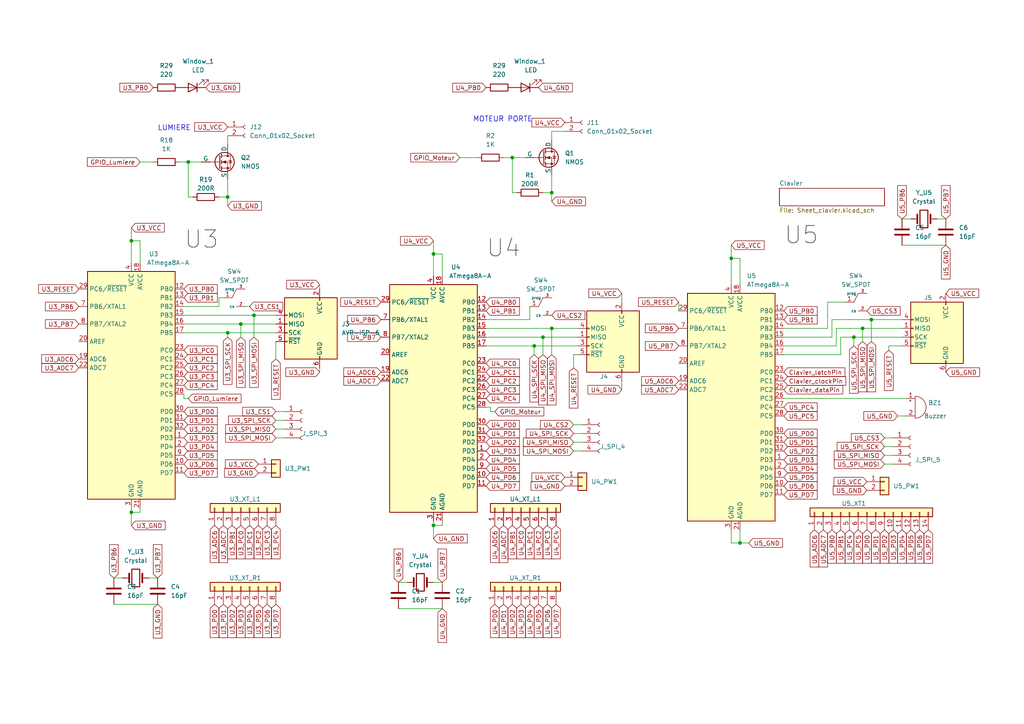
<source format=kicad_sch>
(kicad_sch (version 20230121) (generator eeschema)
  (paper "A4")
  (title_block (title "SPI SECTION") (date "Automne 2023") (rev "1A") (company "JP TOUTANT, JEREMY DIAPHRASE, MOHAND CHAHED"))
  (lib_symbols
    (symbol "AVR-ISP-6_1" (pin_names (offset 1.016))
      (property "Reference" "Jmaster" (at -8.89 2.54 0))
      (property "Value" "AVR-ISP-6" (at -8.89 0 0))
      (symbol "AVR-ISP-6_1_1_1"
        (pin passive line (at 10.16 2.54 180) (length 2.54) (name "MISO") (number "1"))
        (pin passive line (at -2.54 12.7 270) (length 2.54) (name "VCC") (number "2"))
        (pin passive line (at 10.16 0 180) (length 2.54) (name "SCK") (number "3"))
        (pin passive line (at 10.16 5.08 180) (length 2.54) (name "MOSI") (number "4"))
        (pin passive line (at 10.16 -2.54 180) (length 2.54) (name "~{RST}") (number "5"))
        (pin passive line (at -2.54 -10.16 90) (length 2.54) (name "GND") (number "6"))
      )
    )
    (symbol "Connector:Conn_01x02_Socket" (pin_names (offset 1.016) hide)
      (property "Reference" "J" (at 0 2.54 0))
      (property "Value" "Conn_01x02_Socket" (at 0 -5.08 0))
      (symbol "Conn_01x02_Socket_1_1"
        (pin passive line (at -5.08 0 0) (length 3.81) (name "Pin_1") (number "1"))
        (pin passive line (at -5.08 -2.54 0) (length 3.81) (name "Pin_2") (number "2"))
      )
    )
    (symbol "Connector:Conn_01x04_Socket" (pin_names (offset 1.016) hide)
      (property "Reference" "J" (at 0 5.08 0))
      (property "Value" "Conn_01x04_Socket" (at 0 -7.62 0))
      (symbol "Conn_01x04_Socket_1_1"
        (pin passive line (at -5.08 2.54 0) (length 3.81) (name "Pin_1") (number "1"))
        (pin passive line (at -5.08 0 0) (length 3.81) (name "Pin_2") (number "2"))
        (pin passive line (at -5.08 -2.54 0) (length 3.81) (name "Pin_3") (number "3"))
        (pin passive line (at -5.08 -5.08 0) (length 3.81) (name "Pin_4") (number "4"))
      )
    )
    (symbol "Connector_Generic:Conn_01x02" (pin_names (offset 1.016) hide)
      (property "Reference" "J" (at 0 2.54 0))
      (property "Value" "Conn_01x02" (at 0 -5.08 0))
      (symbol "Conn_01x02_1_1"
        (pin passive line (at -5.08 0 0) (length 3.81) (name "Pin_1") (number "1"))
        (pin passive line (at -5.08 -2.54 0) (length 3.81) (name "Pin_2") (number "2"))
      )
    )
    (symbol "Connector_Generic:Conn_01x08" (pin_names (offset 1.016) hide)
      (property "Reference" "J" (at 0 10.16 0))
      (property "Value" "Conn_01x08" (at 0 -12.7 0))
      (symbol "Conn_01x08_1_1"
        (pin passive line (at -5.08 7.62 0) (length 3.81) (name "Pin_1") (number "1"))
        (pin passive line (at -5.08 5.08 0) (length 3.81) (name "Pin_2") (number "2"))
        (pin passive line (at -5.08 2.54 0) (length 3.81) (name "Pin_3") (number "3"))
        (pin passive line (at -5.08 0 0) (length 3.81) (name "Pin_4") (number "4"))
        (pin passive line (at -5.08 -2.54 0) (length 3.81) (name "Pin_5") (number "5"))
        (pin passive line (at -5.08 -5.08 0) (length 3.81) (name "Pin_6") (number "6"))
        (pin passive line (at -5.08 -7.62 0) (length 3.81) (name "Pin_7") (number "7"))
        (pin passive line (at -5.08 -10.16 0) (length 3.81) (name "Pin_8") (number "8"))
      )
    )
    (symbol "Connector_Generic:Conn_01x14" (pin_names (offset 1.016) hide)
      (property "Reference" "J" (at 0 17.78 0))
      (property "Value" "Conn_01x14" (at 0 -20.32 0))
      (symbol "Conn_01x14_1_1"
        (pin passive line (at -5.08 15.24 0) (length 3.81) (name "Pin_1") (number "1"))
        (pin passive line (at -5.08 -7.62 0) (length 3.81) (name "Pin_10") (number "10"))
        (pin passive line (at -5.08 -10.16 0) (length 3.81) (name "Pin_11") (number "11"))
        (pin passive line (at -5.08 -12.7 0) (length 3.81) (name "Pin_12") (number "12"))
        (pin passive line (at -5.08 -15.24 0) (length 3.81) (name "Pin_13") (number "13"))
        (pin passive line (at -5.08 -17.78 0) (length 3.81) (name "Pin_14") (number "14"))
        (pin passive line (at -5.08 12.7 0) (length 3.81) (name "Pin_2") (number "2"))
        (pin passive line (at -5.08 10.16 0) (length 3.81) (name "Pin_3") (number "3"))
        (pin passive line (at -5.08 7.62 0) (length 3.81) (name "Pin_4") (number "4"))
        (pin passive line (at -5.08 5.08 0) (length 3.81) (name "Pin_5") (number "5"))
        (pin passive line (at -5.08 2.54 0) (length 3.81) (name "Pin_6") (number "6"))
        (pin passive line (at -5.08 0 0) (length 3.81) (name "Pin_7") (number "7"))
        (pin passive line (at -5.08 -2.54 0) (length 3.81) (name "Pin_8") (number "8"))
        (pin passive line (at -5.08 -5.08 0) (length 3.81) (name "Pin_9") (number "9"))
      )
    )
    (symbol "Device:Buzzer" (pin_names (offset 0.0254) hide)
      (property "Reference" "BZ" (at 3.81 1.27 0))
      (property "Value" "Buzzer" (at 3.81 -1.27 0))
      (symbol "Buzzer_1_1"
        (pin passive line (at -2.54 2.54 0) (length 2.54) (name "-") (number "1"))
        (pin passive line (at -2.54 -2.54 0) (length 2.54) (name "+") (number "2"))
      )
    )
    (symbol "Device:C" (pin_numbers hide) (pin_names (offset 0.254))
      (property "Reference" "C" (at 0.635 2.54 0))
      (property "Value" "C" (at 0.635 -2.54 0))
      (symbol "C_1_1"
        (pin passive line (at 0 3.81 270) (length 2.794) (name "~") (number "1"))
        (pin passive line (at 0 -3.81 90) (length 2.794) (name "~") (number "2"))
      )
    )
    (symbol "Device:Crystal" (pin_numbers hide) (pin_names (offset 1.016) hide)
      (property "Reference" "Y" (at 0 3.81 0))
      (property "Value" "Crystal" (at 0 -3.81 0))
      (symbol "Crystal_1_1"
        (pin passive line (at -3.81 0 0) (length 1.27) (name "1") (number "1"))
        (pin passive line (at 3.81 0 180) (length 1.27) (name "2") (number "2"))
      )
    )
    (symbol "Device:LED" (pin_numbers hide) (pin_names (offset 1.016) hide)
      (property "Reference" "D" (at 0 2.54 0))
      (property "Value" "LED" (at 0 -2.54 0))
      (symbol "LED_1_1"
        (pin passive line (at -3.81 0 0) (length 2.54) (name "K") (number "1"))
        (pin passive line (at 3.81 0 180) (length 2.54) (name "A") (number "2"))
      )
    )
    (symbol "Device:R" (pin_numbers hide) (pin_names (offset 0))
      (property "Reference" "R" (at 2.032 0 90))
      (property "Value" "R" (at 0 0 90))
      (symbol "R_1_1"
        (pin passive line (at 0 3.81 270) (length 1.27) (name "~") (number "1"))
        (pin passive line (at 0 -3.81 90) (length 1.27) (name "~") (number "2"))
      )
    )
    (symbol "JP_Library:BSI-10"
      (property "Reference" "U" (at 0 5.08 0))
      (symbol "BSI-10_1_1"
        (pin input line (at -3.81 0 0) (length 2.54) (name "") (number "1"))
        (pin input line (at 2.54 -2.54 180) (length 2.54) (name "cs") (number "2"))
        (pin input line (at 2.54 2.54 180) (length 2.54) (name "prog") (number "3"))
      )
    )
    (symbol "MCU_Microchip_ATmega:ATmega8A-A"
      (property "Reference" "U" (at -12.7 34.29 0))
      (property "Value" "ATmega8A-A" (at 5.08 -34.29 0))
      (symbol "ATmega8A-A_1_1"
        (pin bidirectional line (at 15.24 -15.24 180) (length 2.54) (name "PD3") (number "1"))
        (pin bidirectional line (at 15.24 -22.86 180) (length 2.54) (name "PD6") (number "10"))
        (pin bidirectional line (at 15.24 -25.4 180) (length 2.54) (name "PD7") (number "11"))
        (pin bidirectional line (at 15.24 27.94 180) (length 2.54) (name "PB0") (number "12"))
        (pin bidirectional line (at 15.24 25.4 180) (length 2.54) (name "PB1") (number "13"))
        (pin bidirectional line (at 15.24 22.86 180) (length 2.54) (name "PB2") (number "14"))
        (pin bidirectional line (at 15.24 20.32 180) (length 2.54) (name "PB3") (number "15"))
        (pin bidirectional line (at 15.24 17.78 180) (length 2.54) (name "PB4") (number "16"))
        (pin bidirectional line (at 15.24 15.24 180) (length 2.54) (name "PB5") (number "17"))
        (pin power_in line (at 2.54 35.56 270) (length 2.54) (name "AVCC") (number "18"))
        (pin input line (at -15.24 7.62 0) (length 2.54) (name "ADC6") (number "19"))
        (pin bidirectional line (at 15.24 -17.78 180) (length 2.54) (name "PD4") (number "2"))
        (pin passive line (at -15.24 12.7 0) (length 2.54) (name "AREF") (number "20"))
        (pin power_in line (at 2.54 -35.56 90) (length 2.54) (name "AGND") (number "21"))
        (pin input line (at -15.24 5.08 0) (length 2.54) (name "ADC7") (number "22"))
        (pin bidirectional line (at 15.24 10.16 180) (length 2.54) (name "PC0") (number "23"))
        (pin bidirectional line (at 15.24 7.62 180) (length 2.54) (name "PC1") (number "24"))
        (pin bidirectional line (at 15.24 5.08 180) (length 2.54) (name "PC2") (number "25"))
        (pin bidirectional line (at 15.24 2.54 180) (length 2.54) (name "PC3") (number "26"))
        (pin bidirectional line (at 15.24 0 180) (length 2.54) (name "PC4") (number "27"))
        (pin bidirectional line (at 15.24 -2.54 180) (length 2.54) (name "PC5") (number "28"))
        (pin bidirectional line (at -15.24 27.94 0) (length 2.54) (name "PC6/~{RESET}") (number "29"))
        (pin power_in line (at 0 -35.56 90) (length 2.54) (name "GND") (number "3"))
        (pin bidirectional line (at 15.24 -7.62 180) (length 2.54) (name "PD0") (number "30"))
        (pin bidirectional line (at 15.24 -10.16 180) (length 2.54) (name "PD1") (number "31"))
        (pin bidirectional line (at 15.24 -12.7 180) (length 2.54) (name "PD2") (number "32"))
        (pin power_in line (at 0 35.56 270) (length 2.54) (name "VCC") (number "4"))
        (pin passive line (at 0 -35.56 90) (length 2.54) hide (name "GND") (number "5"))
        (pin passive line (at 0 35.56 270) (length 2.54) hide (name "VCC") (number "6"))
        (pin bidirectional line (at -15.24 22.86 0) (length 2.54) (name "PB6/XTAL1") (number "7"))
        (pin bidirectional line (at -15.24 17.78 0) (length 2.54) (name "PB7/XTAL2") (number "8"))
        (pin bidirectional line (at 15.24 -20.32 180) (length 2.54) (name "PD5") (number "9"))
      )
    )
    (symbol "Simulation_SPICE:NMOS" (pin_numbers hide) (pin_names (offset 0))
      (property "Reference" "Q" (at 5.08 1.27 0))
      (property "Value" "NMOS" (at 5.08 -1.27 0))
      (symbol "NMOS_1_1"
        (pin passive line (at 2.54 5.08 270) (length 2.54) (name "D") (number "1"))
        (pin input line (at -5.08 0 0) (length 2.54) (name "G") (number "2"))
        (pin passive line (at 2.54 -5.08 90) (length 2.54) (name "S") (number "3"))
      )
    )
  )
  (junction (at 214.63 157.48))
  (junction (at 73.66 91.44))
  (junction (at 212.09 74.93))
  (junction (at 247.65 97.79))
  (junction (at 66.04 57.15))
  (junction (at 66.04 96.52))
  (junction (at 69.85 93.98))
  (junction (at 38.1 148.59))
  (junction (at 125.73 152.4))
  (junction (at 157.48 97.79))
  (junction (at 38.1 69.85))
  (junction (at 54.61 46.99))
  (junction (at 250.19 95.25))
  (junction (at 160.02 95.25))
  (junction (at 252.73 92.71))
  (junction (at 125.73 73.66))
  (junction (at 154.94 100.33))
  (junction (at 148.59 45.72))
  (junction (at 160.02 55.88))
  (wire (pts (xy 261.62 71.12) (xy 274.32 71.12)))
  (wire (pts (xy 261.62 63.5) (xy 264.16 63.5)))
  (wire (pts (xy 66.04 52.07) (xy 66.04 57.15)))
  (wire (pts (xy 180.34 110.49) (xy 180.34 113.03)))
  (wire (pts (xy 148.59 55.88) (xy 148.59 45.72)))
  (wire (pts (xy 40.64 148.59) (xy 38.1 148.59)))
  (wire (pts (xy 180.34 85.09) (xy 180.34 87.63)))
  (wire (pts (xy 69.85 93.98) (xy 69.85 97.79)))
  (wire (pts (xy 53.34 91.44) (xy 73.66 91.44)))
  (wire (pts (xy 125.73 69.85) (xy 125.73 73.66)))
  (wire (pts (xy 40.64 46.99) (xy 44.45 46.99)))
  (wire (pts (xy 38.1 148.59) (xy 38.1 147.32)))
  (wire (pts (xy 128.27 151.13) (xy 128.27 152.4)))
  (wire (pts (xy 212.09 74.93) (xy 212.09 82.55)))
  (wire (pts (xy 125.73 152.4) (xy 125.73 151.13)))
  (wire (pts (xy 40.64 147.32) (xy 40.64 148.59)))
  (wire (pts (xy 71.12 88.9) (xy 72.39 88.9)))
  (wire (pts (xy 53.34 93.98) (xy 69.85 93.98)))
  (wire (pts (xy 157.48 55.88) (xy 160.02 55.88)))
  (wire (pts (xy 242.57 100.33) (xy 227.33 100.33)))
  (wire (pts (xy 154.94 100.33) (xy 167.64 100.33)))
  (wire (pts (xy 66.04 97.79) (xy 66.04 96.52)))
  (wire (pts (xy 227.33 95.25) (xy 240.03 95.25)))
  (wire (pts (xy 63.5 88.9) (xy 63.5 86.36)))
  (wire (pts (xy 140.97 97.79) (xy 157.48 97.79)))
  (wire (pts (xy 262.89 120.65) (xy 260.35 120.65)))
  (wire (pts (xy 66.04 57.15) (xy 66.04 59.69)))
  (wire (pts (xy 148.59 45.72) (xy 152.4 45.72)))
  (wire (pts (xy 63.5 57.15) (xy 66.04 57.15)))
  (wire (pts (xy 53.34 96.52) (xy 66.04 96.52)))
  (wire (pts (xy 128.27 73.66) (xy 128.27 80.01)))
  (wire (pts (xy 167.64 102.87) (xy 166.37 102.87)))
  (wire (pts (xy 166.37 102.87) (xy 166.37 106.68)))
  (wire (pts (xy 128.27 152.4) (xy 125.73 152.4)))
  (wire (pts (xy 153.67 88.9) (xy 153.67 92.71)))
  (wire (pts (xy 66.04 39.37) (xy 66.04 41.91)))
  (wire (pts (xy 125.73 73.66) (xy 125.73 80.01)))
  (wire (pts (xy 160.02 95.25) (xy 160.02 102.87)))
  (wire (pts (xy 148.59 45.72) (xy 146.05 45.72)))
  (wire (pts (xy 242.57 95.25) (xy 250.19 95.25)))
  (wire (pts (xy 212.09 157.48) (xy 214.63 157.48)))
  (wire (pts (xy 196.85 87.63) (xy 196.85 90.17)))
  (wire (pts (xy 80.01 121.92) (xy 82.55 121.92)))
  (wire (pts (xy 243.84 97.79) (xy 247.65 97.79)))
  (wire (pts (xy 250.19 95.25) (xy 250.19 99.06)))
  (wire (pts (xy 214.63 157.48) (xy 217.17 157.48)))
  (wire (pts (xy 257.81 100.33) (xy 257.81 101.6)))
  (wire (pts (xy 157.48 97.79) (xy 167.64 97.79)))
  (wire (pts (xy 40.64 69.85) (xy 38.1 69.85)))
  (wire (pts (xy 242.57 95.25) (xy 242.57 100.33)))
  (wire (pts (xy 243.84 102.87) (xy 243.84 97.79)))
  (wire (pts (xy 54.61 46.99) (xy 58.42 46.99)))
  (wire (pts (xy 153.67 92.71) (xy 140.97 92.71)))
  (wire (pts (xy 166.37 123.19) (xy 168.91 123.19)))
  (wire (pts (xy 227.33 115.57) (xy 262.89 115.57)))
  (wire (pts (xy 38.1 66.04) (xy 38.1 69.85)))
  (wire (pts (xy 252.73 92.71) (xy 261.62 92.71)))
  (wire (pts (xy 128.27 73.66) (xy 125.73 73.66)))
  (wire (pts (xy 247.65 100.33) (xy 247.65 97.79)))
  (wire (pts (xy 55.88 57.15) (xy 54.61 57.15)))
  (wire (pts (xy 53.34 115.57) (xy 53.34 114.3)))
  (wire (pts (xy 142.24 118.11) (xy 140.97 118.11)))
  (wire (pts (xy 166.37 128.27) (xy 168.91 128.27)))
  (wire (pts (xy 160.02 95.25) (xy 167.64 95.25)))
  (wire (pts (xy 38.1 69.85) (xy 38.1 76.2)))
  (wire (pts (xy 160.02 38.1) (xy 160.02 40.64)))
  (wire (pts (xy 160.02 38.1) (xy 163.83 38.1)))
  (wire (pts (xy 250.19 95.25) (xy 261.62 95.25)))
  (wire (pts (xy 212.09 74.93) (xy 212.09 71.12)))
  (wire (pts (xy 66.04 96.52) (xy 80.01 96.52)))
  (wire (pts (xy 256.54 132.08) (xy 259.08 132.08)))
  (wire (pts (xy 73.66 97.79) (xy 73.66 91.44)))
  (wire (pts (xy 69.85 93.98) (xy 80.01 93.98)))
  (wire (pts (xy 240.03 87.63) (xy 245.11 87.63)))
  (wire (pts (xy 115.57 168.91) (xy 118.11 168.91)))
  (wire (pts (xy 80.01 99.06) (xy 80.01 104.14)))
  (wire (pts (xy 149.86 55.88) (xy 148.59 55.88)))
  (wire (pts (xy 54.61 115.57) (xy 53.34 115.57)))
  (wire (pts (xy 43.18 167.64) (xy 45.72 167.64)))
  (wire (pts (xy 92.71 82.55) (xy 92.71 83.82)))
  (wire (pts (xy 154.94 100.33) (xy 154.94 102.87)))
  (wire (pts (xy 54.61 57.15) (xy 54.61 46.99)))
  (wire (pts (xy 80.01 127) (xy 82.55 127)))
  (wire (pts (xy 214.63 74.93) (xy 212.09 74.93)))
  (wire (pts (xy 125.73 156.21) (xy 125.73 152.4)))
  (wire (pts (xy 241.3 97.79) (xy 227.33 97.79)))
  (wire (pts (xy 271.78 63.5) (xy 274.32 63.5)))
  (wire (pts (xy 157.48 97.79) (xy 157.48 102.87)))
  (wire (pts (xy 54.61 46.99) (xy 52.07 46.99)))
  (wire (pts (xy 40.64 69.85) (xy 40.64 76.2)))
  (wire (pts (xy 214.63 153.67) (xy 214.63 157.48)))
  (wire (pts (xy 133.35 45.72) (xy 138.43 45.72)))
  (wire (pts (xy 80.01 119.38) (xy 82.55 119.38)))
  (wire (pts (xy 143.51 119.38) (xy 142.24 119.38)))
  (wire (pts (xy 166.37 130.81) (xy 168.91 130.81)))
  (wire (pts (xy 160.02 55.88) (xy 160.02 58.42)))
  (wire (pts (xy 38.1 152.4) (xy 38.1 148.59)))
  (wire (pts (xy 142.24 119.38) (xy 142.24 118.11)))
  (wire (pts (xy 140.97 95.25) (xy 160.02 95.25)))
  (wire (pts (xy 212.09 153.67) (xy 212.09 157.48)))
  (wire (pts (xy 73.66 91.44) (xy 80.01 91.44)))
  (wire (pts (xy 115.57 176.53) (xy 128.27 176.53)))
  (wire (pts (xy 160.02 50.8) (xy 160.02 55.88)))
  (wire (pts (xy 33.02 167.64) (xy 35.56 167.64)))
  (wire (pts (xy 256.54 127) (xy 259.08 127)))
  (wire (pts (xy 227.33 102.87) (xy 243.84 102.87)))
  (wire (pts (xy 240.03 87.63) (xy 240.03 95.25)))
  (wire (pts (xy 80.01 124.46) (xy 82.55 124.46)))
  (wire (pts (xy 92.71 106.68) (xy 92.71 107.95)))
  (wire (pts (xy 256.54 129.54) (xy 259.08 129.54)))
  (wire (pts (xy 256.54 134.62) (xy 259.08 134.62)))
  (wire (pts (xy 214.63 74.93) (xy 214.63 82.55)))
  (wire (pts (xy 53.34 88.9) (xy 63.5 88.9)))
  (wire (pts (xy 252.73 99.06) (xy 252.73 92.71)))
  (wire (pts (xy 241.3 92.71) (xy 241.3 97.79)))
  (wire (pts (xy 166.37 125.73) (xy 168.91 125.73)))
  (wire (pts (xy 140.97 100.33) (xy 154.94 100.33)))
  (wire (pts (xy 63.5 86.36) (xy 64.77 86.36)))
  (wire (pts (xy 125.73 168.91) (xy 128.27 168.91)))
  (wire (pts (xy 241.3 92.71) (xy 252.73 92.71)))
  (wire (pts (xy 33.02 175.26) (xy 45.72 175.26)))
  (wire (pts (xy 261.62 100.33) (xy 257.81 100.33)))
  (wire (pts (xy 247.65 97.79) (xy 261.62 97.79)))
  (text "MOTEUR PORTE" (at 137.16 35.56 0) (effects (font (size 1.5 1.5)) (justify left bottom)))
  (text "LUMIERE" (at 45.72 38.1 0) (effects (font (size 1.5 1.5)) (justify left bottom)))
  (label "U3" (at 53.34 73.66 0) (effects (font (size 5 5))))
  (label "U5" (at 227.33 72.39 0) (effects (font (size 5 5))))
  (label "U4" (at 140.97 76.2 0) (effects (font (size 5 5))))
  (global_label "U5_SPI_MISO" (shape input) (at 250.19 99.06 270) (property "Intersheetrefs" "${INTERSHEET_REFS}" (effects hide)))
  (global_label "U3_PB7" (shape input) (at 22.86 93.98 180) (property "Intersheetrefs" "${INTERSHEET_REFS}" (effects hide)))
  (global_label "U5_PD0" (shape input) (at 251.46 153.67 270) (property "Intersheetrefs" "${INTERSHEET_REFS}" (effects hide)))
  (global_label "U5_SPI_SCK" (shape input) (at 256.54 129.54 180) (property "Intersheetrefs" "${INTERSHEET_REFS}" (effects hide)))
  (global_label "U3_GND" (shape input) (at 92.71 107.95 180) (property "Intersheetrefs" "${INTERSHEET_REFS}" (effects hide)))
  (global_label "GPIO_Lumiere" (shape input) (at 54.61 115.57 0) (property "Intersheetrefs" "${INTERSHEET_REFS}" (effects hide)))
  (global_label "U3_GND" (shape input) (at 38.1 152.4 0) (property "Intersheetrefs" "${INTERSHEET_REFS}" (effects hide)))
  (global_label "U4_PD1" (shape input) (at 146.05 175.26 270) (property "Intersheetrefs" "${INTERSHEET_REFS}" (effects hide)))
  (global_label "U5_RESET" (shape input) (at 257.81 101.6 270) (property "Intersheetrefs" "${INTERSHEET_REFS}" (effects hide)))
  (global_label "U3_PD0" (shape input) (at 53.34 119.38 0) (property "Intersheetrefs" "${INTERSHEET_REFS}" (effects hide)))
  (global_label "U5_PC5" (shape input) (at 248.92 153.67 270) (property "Intersheetrefs" "${INTERSHEET_REFS}" (effects hide)))
  (global_label "U4_PD5" (shape input) (at 156.21 175.26 270) (property "Intersheetrefs" "${INTERSHEET_REFS}" (effects hide)))
  (global_label "U4_PC1" (shape input) (at 153.67 152.4 270) (property "Intersheetrefs" "${INTERSHEET_REFS}" (effects hide)))
  (global_label "U5_GND" (shape input) (at 217.17 157.48 0) (property "Intersheetrefs" "${INTERSHEET_REFS}" (effects hide)))
  (global_label "U5_RESET" (shape input) (at 196.85 87.63 180) (property "Intersheetrefs" "${INTERSHEET_REFS}" (effects hide)))
  (global_label "U4_PC1" (shape input) (at 140.97 107.95 0) (property "Intersheetrefs" "${INTERSHEET_REFS}" (effects hide)))
  (global_label "U3_PB1" (shape input) (at 53.34 86.36 0) (property "Intersheetrefs" "${INTERSHEET_REFS}" (effects hide)))
  (global_label "U4_PD7" (shape input) (at 140.97 140.97 0) (property "Intersheetrefs" "${INTERSHEET_REFS}" (effects hide)))
  (global_label "U4_PC3" (shape input) (at 140.97 113.03 0) (property "Intersheetrefs" "${INTERSHEET_REFS}" (effects hide)))
  (global_label "U4_GND" (shape input) (at 156.21 25.4 0) (property "Intersheetrefs" "${INTERSHEET_REFS}" (effects hide)))
  (global_label "U3_ADC6" (shape input) (at 62.23 152.4 270) (property "Intersheetrefs" "${INTERSHEET_REFS}" (effects hide)))
  (global_label "U3_SPI_MISO" (shape input) (at 80.01 124.46 180) (property "Intersheetrefs" "${INTERSHEET_REFS}" (effects hide)))
  (global_label "U3_VCC" (shape input) (at 38.1 66.04 0) (property "Intersheetrefs" "${INTERSHEET_REFS}" (effects hide)))
  (global_label "U3_SPI_SCK" (shape input) (at 66.04 97.79 270) (property "Intersheetrefs" "${INTERSHEET_REFS}" (effects hide)))
  (global_label "U3_PC1" (shape input) (at 72.39 152.4 270) (property "Intersheetrefs" "${INTERSHEET_REFS}" (effects hide)))
  (global_label "U3_CS1" (shape input) (at 72.39 88.9 0) (property "Intersheetrefs" "${INTERSHEET_REFS}" (effects hide)))
  (global_label "U5_CS3" (shape input) (at 256.54 127 180) (property "Intersheetrefs" "${INTERSHEET_REFS}" (effects hide)))
  (global_label "U4_SPI_MOSI" (shape input) (at 166.37 130.81 180) (property "Intersheetrefs" "${INTERSHEET_REFS}" (effects hide)))
  (global_label "U4_RESET" (shape input) (at 110.49 87.63 180) (property "Intersheetrefs" "${INTERSHEET_REFS}" (effects hide)))
  (global_label "U3_PD6" (shape input) (at 53.34 134.62 0) (property "Intersheetrefs" "${INTERSHEET_REFS}" (effects hide)))
  (global_label "U4_PD6" (shape input) (at 158.75 175.26 270) (property "Intersheetrefs" "${INTERSHEET_REFS}" (effects hide)))
  (global_label "U4_PD7" (shape input) (at 161.29 175.26 270) (property "Intersheetrefs" "${INTERSHEET_REFS}" (effects hide)))
  (global_label "U5_PD0" (shape input) (at 227.33 125.73 0) (property "Intersheetrefs" "${INTERSHEET_REFS}" (effects hide)))
  (global_label "U4_PD4" (shape input) (at 153.67 175.26 270) (property "Intersheetrefs" "${INTERSHEET_REFS}" (effects hide)))
  (global_label "U5_PD7" (shape input) (at 227.33 143.51 0) (property "Intersheetrefs" "${INTERSHEET_REFS}" (effects hide)))
  (global_label "U3_SPI_MOSI" (shape input) (at 80.01 127 180) (property "Intersheetrefs" "${INTERSHEET_REFS}" (effects hide)))
  (global_label "U5_PD4" (shape input) (at 261.62 153.67 270) (property "Intersheetrefs" "${INTERSHEET_REFS}" (effects hide)))
  (global_label "U4_PB0" (shape input) (at 140.97 87.63 0) (property "Intersheetrefs" "${INTERSHEET_REFS}" (effects hide)))
  (global_label "U4_SPI_MISO" (shape input) (at 166.37 128.27 180) (property "Intersheetrefs" "${INTERSHEET_REFS}" (effects hide)))
  (global_label "U3_PD5" (shape input) (at 53.34 132.08 0) (property "Intersheetrefs" "${INTERSHEET_REFS}" (effects hide)))
  (global_label "U4_PB6" (shape input) (at 110.49 92.71 180) (property "Intersheetrefs" "${INTERSHEET_REFS}" (effects hide)))
  (global_label "U5_PD2" (shape input) (at 256.54 153.67 270) (property "Intersheetrefs" "${INTERSHEET_REFS}" (effects hide)))
  (global_label "U3_PD3" (shape input) (at 69.85 175.26 270) (property "Intersheetrefs" "${INTERSHEET_REFS}" (effects hide)))
  (global_label "U5_PD4" (shape input) (at 227.33 135.89 0) (property "Intersheetrefs" "${INTERSHEET_REFS}" (effects hide)))
  (global_label "U4_VCC" (shape input) (at 163.83 35.56 180) (property "Intersheetrefs" "${INTERSHEET_REFS}" (effects hide)))
  (global_label "GPIO_Moteur" (shape input) (at 133.35 45.72 180) (property "Intersheetrefs" "${INTERSHEET_REFS}" (effects hide)))
  (global_label "U3_PB6" (shape input) (at 33.02 167.64 90) (property "Intersheetrefs" "${INTERSHEET_REFS}" (effects hide)))
  (global_label "U3_PC4" (shape input) (at 80.01 152.4 270) (property "Intersheetrefs" "${INTERSHEET_REFS}" (effects hide)))
  (global_label "U5_GND" (shape input) (at 274.32 71.12 270) (property "Intersheetrefs" "${INTERSHEET_REFS}" (effects hide)))
  (global_label "U4_PB6" (shape input) (at 115.57 168.91 90) (property "Intersheetrefs" "${INTERSHEET_REFS}" (effects hide)))
  (global_label "U4_RESET" (shape input) (at 166.37 106.68 270) (property "Intersheetrefs" "${INTERSHEET_REFS}" (effects hide)))
  (global_label "U4_SPI_MISO" (shape input) (at 157.48 102.87 270) (property "Intersheetrefs" "${INTERSHEET_REFS}" (effects hide)))
  (global_label "U4_PC2" (shape input) (at 156.21 152.4 270) (property "Intersheetrefs" "${INTERSHEET_REFS}" (effects hide)))
  (global_label "U5_PC4" (shape input) (at 246.38 153.67 270) (property "Intersheetrefs" "${INTERSHEET_REFS}" (effects hide)))
  (global_label "U4_SPI_MOSI" (shape input) (at 160.02 102.87 270) (property "Intersheetrefs" "${INTERSHEET_REFS}" (effects hide)))
  (global_label "U3_PC2" (shape input) (at 74.93 152.4 270) (property "Intersheetrefs" "${INTERSHEET_REFS}" (effects hide)))
  (global_label "U3_ADC7" (shape input) (at 22.86 106.68 180) (property "Intersheetrefs" "${INTERSHEET_REFS}" (effects hide)))
  (global_label "U3_PD5" (shape input) (at 74.93 175.26 270) (property "Intersheetrefs" "${INTERSHEET_REFS}" (effects hide)))
  (global_label "U3_RESET" (shape input) (at 22.86 83.82 180) (property "Intersheetrefs" "${INTERSHEET_REFS}" (effects hide)))
  (global_label "U4_PC2" (shape input) (at 140.97 110.49 0) (property "Intersheetrefs" "${INTERSHEET_REFS}" (effects hide)))
  (global_label "U4_PC0" (shape input) (at 151.13 152.4 270) (property "Intersheetrefs" "${INTERSHEET_REFS}" (effects hide)))
  (global_label "U5_PD1" (shape input) (at 227.33 128.27 0) (property "Intersheetrefs" "${INTERSHEET_REFS}" (effects hide)))
  (global_label "U3_GND" (shape input) (at 59.69 25.4 0) (property "Intersheetrefs" "${INTERSHEET_REFS}" (effects hide)))
  (global_label "U5_VCC" (shape input) (at 251.46 139.7 180) (property "Intersheetrefs" "${INTERSHEET_REFS}" (effects hide)))
  (global_label "U5_PB0" (shape input) (at 241.3 153.67 270) (property "Intersheetrefs" "${INTERSHEET_REFS}" (effects hide)))
  (global_label "U3_PD1" (shape input) (at 64.77 175.26 270) (property "Intersheetrefs" "${INTERSHEET_REFS}" (effects hide)))
  (global_label "U5_PB1" (shape input) (at 227.33 92.71 0) (property "Intersheetrefs" "${INTERSHEET_REFS}" (effects hide)))
  (global_label "U3_PC3" (shape input) (at 77.47 152.4 270) (property "Intersheetrefs" "${INTERSHEET_REFS}" (effects hide)))
  (global_label "U3_PB7" (shape input) (at 45.72 167.64 90) (property "Intersheetrefs" "${INTERSHEET_REFS}" (effects hide)))
  (global_label "U4_PC0" (shape input) (at 140.97 105.41 0) (property "Intersheetrefs" "${INTERSHEET_REFS}" (effects hide)))
  (global_label "U4_PC3" (shape input) (at 158.75 152.4 270) (property "Intersheetrefs" "${INTERSHEET_REFS}" (effects hide)))
  (global_label "U5_PD6" (shape input) (at 227.33 140.97 0) (property "Intersheetrefs" "${INTERSHEET_REFS}" (effects hide)))
  (global_label "Clavier_clockPin" (shape input) (at 227.33 110.49 0) (property "Intersheetrefs" "${INTERSHEET_REFS}" (effects hide)))
  (global_label "U4_GND" (shape input) (at 125.73 156.21 0) (property "Intersheetrefs" "${INTERSHEET_REFS}" (effects hide)))
  (global_label "U3_PD6" (shape input) (at 77.47 175.26 270) (property "Intersheetrefs" "${INTERSHEET_REFS}" (effects hide)))
  (global_label "U5_ADC6" (shape input) (at 196.85 110.49 180) (property "Intersheetrefs" "${INTERSHEET_REFS}" (effects hide)))
  (global_label "U4_VCC" (shape input) (at 125.73 69.85 180) (property "Intersheetrefs" "${INTERSHEET_REFS}" (effects hide)))
  (global_label "U3_GND" (shape input) (at 66.04 59.69 0) (property "Intersheetrefs" "${INTERSHEET_REFS}" (effects hide)))
  (global_label "U3_PC2" (shape input) (at 53.34 106.68 0) (property "Intersheetrefs" "${INTERSHEET_REFS}" (effects hide)))
  (global_label "U4_PB1" (shape input) (at 148.59 152.4 270) (property "Intersheetrefs" "${INTERSHEET_REFS}" (effects hide)))
  (global_label "U4_GND" (shape input) (at 128.27 176.53 270) (property "Intersheetrefs" "${INTERSHEET_REFS}" (effects hide)))
  (global_label "U5_SPI_SCK" (shape input) (at 247.65 100.33 270) (property "Intersheetrefs" "${INTERSHEET_REFS}" (effects hide)))
  (global_label "U5_PB6" (shape input) (at 196.85 95.25 180) (property "Intersheetrefs" "${INTERSHEET_REFS}" (effects hide)))
  (global_label "U4_VCC" (shape input) (at 163.83 138.43 180) (property "Intersheetrefs" "${INTERSHEET_REFS}" (effects hide)))
  (global_label "U4_CS2" (shape input) (at 166.37 123.19 180) (property "Intersheetrefs" "${INTERSHEET_REFS}" (effects hide)))
  (global_label "U5_GND" (shape input) (at 260.35 120.65 180) (property "Intersheetrefs" "${INTERSHEET_REFS}" (effects hide)))
  (global_label "U4_VCC" (shape input) (at 180.34 85.09 180) (property "Intersheetrefs" "${INTERSHEET_REFS}" (effects hide)))
  (global_label "U3_PD1" (shape input) (at 53.34 121.92 0) (property "Intersheetrefs" "${INTERSHEET_REFS}" (effects hide)))
  (global_label "U4_PB7" (shape input) (at 110.49 97.79 180) (property "Intersheetrefs" "${INTERSHEET_REFS}" (effects hide)))
  (global_label "U5_PB7" (shape input) (at 196.85 100.33 180) (property "Intersheetrefs" "${INTERSHEET_REFS}" (effects hide)))
  (global_label "U5_PB1" (shape input) (at 243.84 153.67 270) (property "Intersheetrefs" "${INTERSHEET_REFS}" (effects hide)))
  (global_label "U3_PC0" (shape input) (at 69.85 152.4 270) (property "Intersheetrefs" "${INTERSHEET_REFS}" (effects hide)))
  (global_label "U4_SPI_SCK" (shape input) (at 154.94 102.87 270) (property "Intersheetrefs" "${INTERSHEET_REFS}" (effects hide)))
  (global_label "U3_PD4" (shape input) (at 53.34 129.54 0) (property "Intersheetrefs" "${INTERSHEET_REFS}" (effects hide)))
  (global_label "U4_PC4" (shape input) (at 161.29 152.4 270) (property "Intersheetrefs" "${INTERSHEET_REFS}" (effects hide)))
  (global_label "U3_PB1" (shape input) (at 67.31 152.4 270) (property "Intersheetrefs" "${INTERSHEET_REFS}" (effects hide)))
  (global_label "U3_ADC7" (shape input) (at 64.77 152.4 270) (property "Intersheetrefs" "${INTERSHEET_REFS}" (effects hide)))
  (global_label "U3_GND" (shape input) (at 74.93 137.16 180) (property "Intersheetrefs" "${INTERSHEET_REFS}" (effects hide)))
  (global_label "U3_SPI_SCK" (shape input) (at 80.01 121.92 180) (property "Intersheetrefs" "${INTERSHEET_REFS}" (effects hide)))
  (global_label "U3_PD4" (shape input) (at 72.39 175.26 270) (property "Intersheetrefs" "${INTERSHEET_REFS}" (effects hide)))
  (global_label "U5_PC5" (shape input) (at 227.33 120.65 0) (property "Intersheetrefs" "${INTERSHEET_REFS}" (effects hide)))
  (global_label "U3_VCC" (shape input) (at 74.93 134.62 180) (property "Intersheetrefs" "${INTERSHEET_REFS}" (effects hide)))
  (global_label "U3_PD2" (shape input) (at 53.34 124.46 0) (property "Intersheetrefs" "${INTERSHEET_REFS}" (effects hide)))
  (global_label "U3_PB0" (shape input) (at 53.34 83.82 0) (property "Intersheetrefs" "${INTERSHEET_REFS}" (effects hide)))
  (global_label "U4_ADC7" (shape input) (at 146.05 152.4 270) (property "Intersheetrefs" "${INTERSHEET_REFS}" (effects hide)))
  (global_label "U5_PC4" (shape input) (at 227.33 118.11 0) (property "Intersheetrefs" "${INTERSHEET_REFS}" (effects hide)))
  (global_label "U4_PD0" (shape input) (at 143.51 175.26 270) (property "Intersheetrefs" "${INTERSHEET_REFS}" (effects hide)))
  (global_label "U5_ADC6" (shape input) (at 236.22 153.67 270) (property "Intersheetrefs" "${INTERSHEET_REFS}" (effects hide)))
  (global_label "U3_ADC6" (shape input) (at 22.86 104.14 180) (property "Intersheetrefs" "${INTERSHEET_REFS}" (effects hide)))
  (global_label "U5_PD3" (shape input) (at 259.08 153.67 270) (property "Intersheetrefs" "${INTERSHEET_REFS}" (effects hide)))
  (global_label "U3_PD0" (shape input) (at 62.23 175.26 270) (property "Intersheetrefs" "${INTERSHEET_REFS}" (effects hide)))
  (global_label "U5_PD3" (shape input) (at 227.33 133.35 0) (property "Intersheetrefs" "${INTERSHEET_REFS}" (effects hide)))
  (global_label "U5_PD6" (shape input) (at 266.7 153.67 270) (property "Intersheetrefs" "${INTERSHEET_REFS}" (effects hide)))
  (global_label "U5_PB6" (shape input) (at 261.62 63.5 90) (property "Intersheetrefs" "${INTERSHEET_REFS}" (effects hide)))
  (global_label "U4_PD3" (shape input) (at 151.13 175.26 270) (property "Intersheetrefs" "${INTERSHEET_REFS}" (effects hide)))
  (global_label "U5_PD2" (shape input) (at 227.33 130.81 0) (property "Intersheetrefs" "${INTERSHEET_REFS}" (effects hide)))
  (global_label "U4_PD5" (shape input) (at 140.97 135.89 0) (property "Intersheetrefs" "${INTERSHEET_REFS}" (effects hide)))
  (global_label "U3_PB0" (shape input) (at 44.45 25.4 180) (property "Intersheetrefs" "${INTERSHEET_REFS}" (effects hide)))
  (global_label "U4_PD2" (shape input) (at 140.97 128.27 0) (property "Intersheetrefs" "${INTERSHEET_REFS}" (effects hide)))
  (global_label "U5_PD5" (shape input) (at 264.16 153.67 270) (property "Intersheetrefs" "${INTERSHEET_REFS}" (effects hide)))
  (global_label "U4_PB1" (shape input) (at 140.97 90.17 0) (property "Intersheetrefs" "${INTERSHEET_REFS}" (effects hide)))
  (global_label "U3_PC1" (shape input) (at 53.34 104.14 0) (property "Intersheetrefs" "${INTERSHEET_REFS}" (effects hide)))
  (global_label "U3_PD7" (shape input) (at 80.01 175.26 270) (property "Intersheetrefs" "${INTERSHEET_REFS}" (effects hide)))
  (global_label "Clavier_latchPin" (shape input) (at 227.33 107.95 0) (property "Intersheetrefs" "${INTERSHEET_REFS}" (effects hide)))
  (global_label "U5_PD7" (shape input) (at 269.24 153.67 270) (property "Intersheetrefs" "${INTERSHEET_REFS}" (effects hide)))
  (global_label "U4_GND" (shape input) (at 180.34 113.03 180) (property "Intersheetrefs" "${INTERSHEET_REFS}" (effects hide)))
  (global_label "U5_SPI_MISO" (shape input) (at 256.54 132.08 180) (property "Intersheetrefs" "${INTERSHEET_REFS}" (effects hide)))
  (global_label "U5_GND" (shape input) (at 274.32 107.95 0) (property "Intersheetrefs" "${INTERSHEET_REFS}" (effects hide)))
  (global_label "U4_GND" (shape input) (at 163.83 140.97 180) (property "Intersheetrefs" "${INTERSHEET_REFS}" (effects hide)))
  (global_label "U4_SPI_SCK" (shape input) (at 166.37 125.73 180) (property "Intersheetrefs" "${INTERSHEET_REFS}" (effects hide)))
  (global_label "U4_PD4" (shape input) (at 140.97 133.35 0) (property "Intersheetrefs" "${INTERSHEET_REFS}" (effects hide)))
  (global_label "U3_PD7" (shape input) (at 53.34 137.16 0) (property "Intersheetrefs" "${INTERSHEET_REFS}" (effects hide)))
  (global_label "U4_PD2" (shape input) (at 148.59 175.26 270) (property "Intersheetrefs" "${INTERSHEET_REFS}" (effects hide)))
  (global_label "U4_ADC7" (shape input) (at 110.49 110.49 180) (property "Intersheetrefs" "${INTERSHEET_REFS}" (effects hide)))
  (global_label "U5_GND" (shape input) (at 251.46 142.24 180) (property "Intersheetrefs" "${INTERSHEET_REFS}" (effects hide)))
  (global_label "U5_PB7" (shape input) (at 274.32 63.5 90) (property "Intersheetrefs" "${INTERSHEET_REFS}" (effects hide)))
  (global_label "GPIO_Moteur" (shape input) (at 143.51 119.38 0) (property "Intersheetrefs" "${INTERSHEET_REFS}" (effects hide)))
  (global_label "GPIO_Lumiere" (shape input) (at 40.64 46.99 180) (property "Intersheetrefs" "${INTERSHEET_REFS}" (effects hide)))
  (global_label "Clavier_dataPin" (shape input) (at 227.33 113.03 0) (property "Intersheetrefs" "${INTERSHEET_REFS}" (effects hide)))
  (global_label "U5_ADC7" (shape input) (at 238.76 153.67 270) (property "Intersheetrefs" "${INTERSHEET_REFS}" (effects hide)))
  (global_label "U4_PD6" (shape input) (at 140.97 138.43 0) (property "Intersheetrefs" "${INTERSHEET_REFS}" (effects hide)))
  (global_label "U3_GND" (shape input) (at 45.72 175.26 270) (property "Intersheetrefs" "${INTERSHEET_REFS}" (effects hide)))
  (global_label "U3_PB6" (shape input) (at 22.86 88.9 180) (property "Intersheetrefs" "${INTERSHEET_REFS}" (effects hide)))
  (global_label "U3_VCC" (shape input) (at 66.04 36.83 180) (property "Intersheetrefs" "${INTERSHEET_REFS}" (effects hide)))
  (global_label "U5_ADC7" (shape input) (at 196.85 113.03 180) (property "Intersheetrefs" "${INTERSHEET_REFS}" (effects hide)))
  (global_label "U5_CS3" (shape input) (at 251.46 90.17 0) (property "Intersheetrefs" "${INTERSHEET_REFS}" (effects hide)))
  (global_label "U4_PD0" (shape input) (at 140.97 123.19 0) (property "Intersheetrefs" "${INTERSHEET_REFS}" (effects hide)))
  (global_label "U3_RESET" (shape input) (at 80.01 104.14 270) (property "Intersheetrefs" "${INTERSHEET_REFS}" (effects hide)))
  (global_label "U4_PD3" (shape input) (at 140.97 130.81 0) (property "Intersheetrefs" "${INTERSHEET_REFS}" (effects hide)))
  (global_label "U3_SPI_MOSI" (shape input) (at 73.66 97.79 270) (property "Intersheetrefs" "${INTERSHEET_REFS}" (effects hide)))
  (global_label "U5_VCC" (shape input) (at 274.32 85.09 0) (property "Intersheetrefs" "${INTERSHEET_REFS}" (effects hide)))
  (global_label "U3_PD3" (shape input) (at 53.34 127 0) (property "Intersheetrefs" "${INTERSHEET_REFS}" (effects hide)))
  (global_label "U3_SPI_MISO" (shape input) (at 69.85 97.79 270) (property "Intersheetrefs" "${INTERSHEET_REFS}" (effects hide)))
  (global_label "U4_CS2" (shape input) (at 160.02 91.44 0) (property "Intersheetrefs" "${INTERSHEET_REFS}" (effects hide)))
  (global_label "U4_PC4" (shape input) (at 140.97 115.57 0) (property "Intersheetrefs" "${INTERSHEET_REFS}" (effects hide)))
  (global_label "U4_GND" (shape input) (at 160.02 58.42 0) (property "Intersheetrefs" "${INTERSHEET_REFS}" (effects hide)))
  (global_label "U4_ADC6" (shape input) (at 110.49 107.95 180) (property "Intersheetrefs" "${INTERSHEET_REFS}" (effects hide)))
  (global_label "U3_PC3" (shape input) (at 53.34 109.22 0) (property "Intersheetrefs" "${INTERSHEET_REFS}" (effects hide)))
  (global_label "U5_SPI_MOSI" (shape input) (at 252.73 99.06 270) (property "Intersheetrefs" "${INTERSHEET_REFS}" (effects hide)))
  (global_label "U4_PB0" (shape input) (at 140.97 25.4 180) (property "Intersheetrefs" "${INTERSHEET_REFS}" (effects hide)))
  (global_label "U3_PD2" (shape input) (at 67.31 175.26 270) (property "Intersheetrefs" "${INTERSHEET_REFS}" (effects hide)))
  (global_label "U3_CS1" (shape input) (at 80.01 119.38 180) (property "Intersheetrefs" "${INTERSHEET_REFS}" (effects hide)))
  (global_label "U5_PD1" (shape input) (at 254 153.67 270) (property "Intersheetrefs" "${INTERSHEET_REFS}" (effects hide)))
  (global_label "U3_PC0" (shape input) (at 53.34 101.6 0) (property "Intersheetrefs" "${INTERSHEET_REFS}" (effects hide)))
  (global_label "U4_PD1" (shape input) (at 140.97 125.73 0) (property "Intersheetrefs" "${INTERSHEET_REFS}" (effects hide)))
  (global_label "U3_VCC" (shape input) (at 92.71 82.55 180) (property "Intersheetrefs" "${INTERSHEET_REFS}" (effects hide)))
  (global_label "U5_VCC" (shape input) (at 212.09 71.12 0) (property "Intersheetrefs" "${INTERSHEET_REFS}" (effects hide)))
  (global_label "U5_PB0" (shape input) (at 227.33 90.17 0) (property "Intersheetrefs" "${INTERSHEET_REFS}" (effects hide)))
  (global_label "U3_PC4" (shape input) (at 53.34 111.76 0) (property "Intersheetrefs" "${INTERSHEET_REFS}" (effects hide)))
  (global_label "U5_SPI_MOSI" (shape input) (at 256.54 134.62 180) (property "Intersheetrefs" "${INTERSHEET_REFS}" (effects hide)))
  (global_label "U4_ADC6" (shape input) (at 143.51 152.4 270) (property "Intersheetrefs" "${INTERSHEET_REFS}" (effects hide)))
  (global_label "U5_PD5" (shape input) (at 227.33 138.43 0) (property "Intersheetrefs" "${INTERSHEET_REFS}" (effects hide)))
  (global_label "U4_PB7" (shape input) (at 128.27 168.91 90) (property "Intersheetrefs" "${INTERSHEET_REFS}" (effects hide)))
  (symbol (lib_id "Device:C") (at 115.57 172.72 0) (unit 1)
    (property "Reference" "C1" (at 119.38 171.45 0) (effects (justify left)))
    (property "Value" "16pF" (at 119.38 173.99 0) (effects (justify left)))
    (property "Footprint" "Capacitor_SMD:C_0805_2012Metric_Pad1.18x1.45mm_HandSolder" (effects hide))
  )
  (symbol (lib_id "Device:Crystal") (at 39.37 167.64 180) (unit 1)
    (property "Reference" "Y_U3" (at 39.37 160.02 0))
    (property "Value" "Crystal" (at 39.37 162.56 0))
    (property "Footprint" "JP_Library:Crystal 49SS-SMD" (effects hide))
  )
  (symbol (lib_id "Connector:Conn_01x04_Socket") (at 173.99 125.73 0) (unit 1)
    (property "Reference" "J_SPI_4" (at 173.99 129.54 0) (effects (justify left)))
    (property "Value" "SPI_SOCKET" (effects hide))
    (property "Footprint" "Connector_PinHeader_2.54mm:PinHeader_1x04_P2.54mm_Vertical" (effects hide))
  )
  (symbol (lib_id "JP_Library:BSI-10") (at 157.48 88.9 0) (unit 1)
    (property "Reference" "SW4" (at 156.845 81.28 0))
    (property "Value" "SW_SPDT" (at 156.845 83.82 0))
    (property "Footprint" "JP_Library:BSI-10" (effects hide))
    (instances (project "MaisonEtape1" (path "" (reference "SW4") (unit 1)) (path "" (reference "SW_U4") (unit 1))))
  )
  (symbol (lib_id "Connector_Generic:Conn_01x02") (at 80.01 134.62 0) (unit 1)
    (property "Reference" "U3_PW1" (at 82.55 135.89 0) (effects (justify left)))
    (property "Value" "Conn_01x03_MountingPin" (effects hide))
    (property "Footprint" "Connector_PinHeader_2.54mm:PinHeader_1x02_P2.54mm_Vertical" (effects hide))
  )
  (symbol (lib_id "Device:Crystal") (at 267.97 63.5 180) (unit 1)
    (property "Reference" "Y_U5" (at 267.97 55.88 0))
    (property "Value" "Crystal" (at 267.97 58.42 0))
    (property "Footprint" "JP_Library:Crystal 49SS-SMD" (effects hide))
  )
  (symbol (lib_id "Device:LED") (at 152.4 25.4 180) (unit 1)
    (property "Reference" "Window_1" (at 153.67 17.78 0))
    (property "Value" "LED" (at 153.9875 20.32 0))
    (property "Footprint" "LED_SMD:LED_0805_2012Metric" (effects hide))
    (instances (project "MaisonEtape1" (path "" (reference "Window_1") (unit 1)) (path "" (reference "LED_mtr1") (unit 1))))
  )
  (symbol (lib_id "Connector_Generic:Conn_01x08") (at 69.85 147.32 90) (unit 1)
    (property "Reference" "U3_XT_L1" (at 71.12 144.78 90))
    (property "Value" "Conn_01x08" (effects hide))
    (property "Footprint" "JP_Library:XT_8" (effects hide))
  )
  (symbol (lib_id "Connector:Conn_01x02_Socket") (at 71.12 36.83 0) (unit 1)
    (property "Reference" "J12" (at 72.39 36.83 0) (effects (justify left)))
    (property "Value" "Conn_01x02_Socket" (at 72.39 39.37 0) (effects (justify left)))
    (property "Footprint" "Connector_PinSocket_2.54mm:PinSocket_1x02_P2.54mm_Vertical" (effects hide))
  )
  (symbol (lib_id "Device:LED") (at 55.88 25.4 180) (unit 1)
    (property "Reference" "Window_1" (at 57.4675 17.78 0))
    (property "Value" "LED" (at 57.4675 20.32 0))
    (property "Footprint" "LED_SMD:LED_0805_2012Metric" (effects hide))
    (instances (project "MaisonEtape1" (path "" (reference "Window_1") (unit 1)) (path "" (reference "LED_lum1") (unit 1))))
  )
  (symbol (lib_id "Connector_Generic:Conn_01x14") (at 251.46 148.59 90) (unit 1)
    (property "Reference" "U5_XT1" (at 247.65 146.05 90))
    (property "Value" "Conn_01x14" (effects hide))
    (property "Footprint" "JP_Library:XT_14" (effects hide))
  )
  (symbol (lib_id "Connector_Generic:Conn_01x08") (at 151.13 170.18 90) (unit 1)
    (property "Reference" "U4_XT_R1" (at 152.4 167.64 90))
    (property "Value" "Conn_01x08" (effects hide))
    (property "Footprint" "JP_Library:XT_8" (effects hide))
  )
  (symbol (lib_name "AVR-ISP-6_1") (lib_id "Connector:AVR-ISP-6") (at 271.78 97.79 0) (mirror y) (unit 1)
    (property "Reference" "J5" (at 267.97 86.36 0) (effects (justify right)))
    (property "Value" "AVR-ISP-6" (effects hide))
    (property "Footprint" "JPLibrary:SPI_prog" (effects hide))
    (property "Datasheet" " ~" (effects hide))
    (instances (project "MaisonEtape1" (path "" (reference "J5") (unit 1)) (path "" (reference "Jmaster") (unit 1))))
  )
  (symbol (lib_id "Device:R") (at 48.26 25.4 270) (unit 1)
    (property "Reference" "R29" (at 48.26 19.05 90))
    (property "Value" "220" (at 48.26 21.59 90))
    (property "Footprint" "Resistor_SMD:R_0805_2012Metric_Pad1.20x1.40mm_HandSolder" (effects hide))
    (instances (project "MaisonEtape1" (path "" (reference "R29") (unit 1)) (path "" (reference "R32") (unit 1))))
  )
  (symbol (lib_id "Connector:Conn_01x02_Socket") (at 168.91 35.56 0) (unit 1)
    (property "Reference" "J11" (at 170.18 35.56 0) (effects (justify left)))
    (property "Value" "Conn_01x02_Socket" (at 170.18 38.1 0) (effects (justify left)))
    (property "Footprint" "Connector_PinSocket_2.54mm:PinSocket_1x02_P2.54mm_Vertical" (effects hide))
  )
  (symbol (lib_id "Connector_Generic:Conn_01x08") (at 69.85 170.18 90) (unit 1)
    (property "Reference" "U3_XT_R1" (at 71.12 167.64 90))
    (property "Value" "Conn_01x08" (effects hide))
    (property "Footprint" "JP_Library:XT_8" (effects hide))
  )
  (symbol (lib_id "MCU_Microchip_ATmega:ATmega8A-A") (at 212.09 118.11 0) (unit 1)
    (property "Reference" "U5" (at 216.5859 80.01 0) (effects (justify left)))
    (property "Value" "ATmega8A-A" (at 216.5859 82.55 0) (effects (justify left)))
    (property "Footprint" "Package_QFP:TQFP-32_7x7mm_P0.8mm" (effects hide))
    (property "Datasheet" "http://ww1.microchip.com/downloads/en/DeviceDoc/Microchip%208bit%20mcu%20AVR%20ATmega8A%20data%20sheet%2040001974A.pdf" (effects hide))
  )
  (symbol (lib_id "Device:Buzzer") (at 265.43 118.11 0) (unit 1)
    (property "Reference" "BZ1" (at 269.24 116.84 0) (effects (justify left)))
    (property "Value" "Buzzer" (at 267.97 120.65 0) (effects (justify left)))
    (property "Footprint" "Buzzer_Beeper:Buzzer_12x9.5RM7.6" (effects hide))
  )
  (symbol (lib_id "Simulation_SPICE:NMOS") (at 63.5 46.99 0) (unit 1)
    (property "Reference" "Q2" (at 69.85 45.72 0) (effects (justify left)))
    (property "Value" "NMOS" (at 69.85 48.26 0) (effects (justify left)))
    (property "Footprint" "Package_TO_SOT_THT:TO-220-3_Vertical" (effects hide))
    (property "Datasheet" "https://ngspice.sourceforge.io/docs/ngspice-manual.pdf" (effects hide))
    (property "Sim.Device" "NMOS" (effects hide))
    (property "Sim.Type" "VDMOS" (effects hide))
    (property "Sim.Pins" "1=D 2=G 3=S" (effects hide))
  )
  (symbol (lib_id "Device:R") (at 142.24 45.72 90) (unit 1)
    (property "Reference" "R2" (at 142.24 39.37 90))
    (property "Value" "1K" (at 142.24 41.91 90))
    (property "Footprint" "Resistor_SMD:R_0805_2012Metric_Pad1.20x1.40mm_HandSolder" (effects hide))
  )
  (symbol (lib_id "MCU_Microchip_ATmega:ATmega8A-A") (at 38.1 111.76 0) (unit 1)
    (property "Reference" "U3" (at 43.18 73.66 0) (effects (justify left)))
    (property "Value" "ATmega8A-A" (at 42.5959 76.2 0) (effects (justify left)))
    (property "Footprint" "Package_QFP:TQFP-32_7x7mm_P0.8mm" (effects hide))
    (property "Datasheet" "http://ww1.microchip.com/downloads/en/DeviceDoc/Microchip%208bit%20mcu%20AVR%20ATmega8A%20data%20sheet%2040001974A.pdf" (effects hide))
  )
  (symbol (lib_id "Connector_Generic:Conn_01x02") (at 256.54 139.7 0) (unit 1)
    (property "Reference" "U5_PW1" (at 259.08 140.97 0) (effects (justify left)))
    (property "Value" "Conn_01x03_MountingPin" (effects hide))
    (property "Footprint" "Connector_PinHeader_2.54mm:PinHeader_1x02_P2.54mm_Vertical" (effects hide))
  )
  (symbol (lib_id "Simulation_SPICE:NMOS") (at 157.48 45.72 0) (unit 1)
    (property "Reference" "Q1" (at 163.83 44.45 0) (effects (justify left)))
    (property "Value" "NMOS" (at 163.83 46.99 0) (effects (justify left)))
    (property "Footprint" "Package_TO_SOT_THT:TO-220-3_Vertical" (effects hide))
    (property "Datasheet" "https://ngspice.sourceforge.io/docs/ngspice-manual.pdf" (effects hide))
    (property "Sim.Device" "NMOS" (effects hide))
    (property "Sim.Type" "VDMOS" (effects hide))
    (property "Sim.Pins" "1=D 2=G 3=S" (effects hide))
  )
  (symbol (lib_id "Connector:Conn_01x04_Socket") (at 264.16 129.54 0) (unit 1)
    (property "Reference" "J_SPI_5" (at 265.43 133.35 0) (effects (justify left)))
    (property "Value" "SPI_SOCKET" (effects hide))
    (property "Footprint" "Connector_PinHeader_2.54mm:PinHeader_1x04_P2.54mm_Vertical" (effects hide))
  )
  (symbol (lib_id "Connector:Conn_01x04_Socket") (at 87.63 121.92 0) (unit 1)
    (property "Reference" "J_SPI_3" (at 87.63 125.73 0) (effects (justify left)))
    (property "Value" "SPI_SOCKET" (effects hide))
    (property "Footprint" "Connector_PinHeader_2.54mm:PinHeader_1x04_P2.54mm_Vertical" (effects hide))
  )
  (symbol (lib_id "MCU_Microchip_ATmega:ATmega8A-A") (at 125.73 115.57 0) (unit 1)
    (property "Reference" "U4" (at 130.81 77.47 0) (effects (justify left)))
    (property "Value" "ATmega8A-A" (at 130.2259 80.01 0) (effects (justify left)))
    (property "Footprint" "Package_QFP:TQFP-32_7x7mm_P0.8mm" (effects hide))
    (property "Datasheet" "http://ww1.microchip.com/downloads/en/DeviceDoc/Microchip%208bit%20mcu%20AVR%20ATmega8A%20data%20sheet%2040001974A.pdf" (effects hide))
  )
  (symbol (lib_id "JP_Library:BSI-10") (at 248.92 87.63 0) (unit 1)
    (property "Reference" "SW4" (at 248.285 80.01 0))
    (property "Value" "SW_SPDT" (at 248.285 82.55 0))
    (property "Footprint" "JP_Library:BSI-10" (effects hide))
    (instances (project "MaisonEtape1" (path "" (reference "SW4") (unit 1)) (path "" (reference "SW_U5") (unit 1))))
  )
  (symbol (lib_id "Device:R") (at 153.67 55.88 270) (unit 1)
    (property "Reference" "R1" (at 153.67 50.8 90))
    (property "Value" "200R" (at 153.67 53.34 90))
    (property "Footprint" "Resistor_SMD:R_0805_2012Metric_Pad1.20x1.40mm_HandSolder" (effects hide))
  )
  (symbol (lib_id "Device:R") (at 59.69 57.15 270) (unit 1)
    (property "Reference" "R19" (at 59.69 52.07 90))
    (property "Value" "200R" (at 59.69 54.61 90))
    (property "Footprint" "Resistor_SMD:R_0805_2012Metric_Pad1.20x1.40mm_HandSolder" (effects hide))
  )
  (symbol (lib_id "Device:Crystal") (at 121.92 168.91 180) (unit 1)
    (property "Reference" "Y_U4" (at 121.92 161.29 0))
    (property "Value" "Crystal" (at 121.92 163.83 0))
    (property "Footprint" "JP_Library:Crystal 49SS-SMD" (effects hide))
  )
  (symbol (lib_id "Device:C") (at 45.72 171.45 0) (unit 1)
    (property "Reference" "C4" (at 49.53 170.18 0) (effects (justify left)))
    (property "Value" "16pF" (at 49.53 172.72 0) (effects (justify left)))
    (property "Footprint" "Capacitor_SMD:C_0805_2012Metric_Pad1.18x1.45mm_HandSolder" (effects hide))
  )
  (symbol (lib_id "Device:C") (at 33.02 171.45 0) (unit 1)
    (property "Reference" "C3" (at 36.83 170.18 0) (effects (justify left)))
    (property "Value" "16pF" (at 36.83 172.72 0) (effects (justify left)))
    (property "Footprint" "Capacitor_SMD:C_0805_2012Metric_Pad1.18x1.45mm_HandSolder" (effects hide))
  )
  (symbol (lib_name "AVR-ISP-6_1") (lib_id "Connector:AVR-ISP-6") (at 90.17 96.52 0) (mirror y) (unit 1)
    (property "Reference" "J3" (at 99.06 93.98 0) (effects (justify right)))
    (property "Value" "AVR-ISP-6" (at 99.06 96.52 0) (effects (justify right)))
    (property "Footprint" "JPLibrary:SPI_prog" (effects hide))
    (property "Datasheet" " ~" (effects hide))
    (instances (project "MaisonEtape1" (path "" (reference "J3") (unit 1)) (path "" (reference "Jmaster") (unit 1))))
  )
  (symbol (lib_id "Connector_Generic:Conn_01x08") (at 151.13 147.32 90) (unit 1)
    (property "Reference" "U4_XT_L1" (at 152.4 144.78 90))
    (property "Value" "Conn_01x08" (effects hide))
    (property "Footprint" "JP_Library:XT_8" (effects hide))
  )
  (symbol (lib_id "Device:R") (at 48.26 46.99 90) (unit 1)
    (property "Reference" "R18" (at 48.26 40.64 90))
    (property "Value" "1K" (at 48.26 43.18 90))
    (property "Footprint" "Resistor_SMD:R_0805_2012Metric_Pad1.20x1.40mm_HandSolder" (effects hide))
  )
  (symbol (lib_id "JP_Library:BSI-10") (at 68.58 86.36 0) (unit 1)
    (property "Reference" "SW4" (at 67.945 78.74 0))
    (property "Value" "SW_SPDT" (at 67.945 81.28 0))
    (property "Footprint" "JP_Library:BSI-10" (effects hide))
    (instances (project "MaisonEtape1" (path "" (reference "SW4") (unit 1)) (path "" (reference "SW_U3") (unit 1))))
  )
  (symbol (lib_id "Device:R") (at 144.78 25.4 270) (unit 1)
    (property "Reference" "R29" (at 144.78 19.05 90))
    (property "Value" "220" (at 144.78 21.59 90))
    (property "Footprint" "Resistor_SMD:R_0805_2012Metric_Pad1.20x1.40mm_HandSolder" (effects hide))
    (instances (project "MaisonEtape1" (path "" (reference "R29") (unit 1)) (path "" (reference "R33") (unit 1))))
  )
  (symbol (lib_id "Device:C") (at 128.27 172.72 0) (unit 1)
    (property "Reference" "C2" (at 132.08 171.45 0) (effects (justify left)))
    (property "Value" "16pF" (at 132.08 173.99 0) (effects (justify left)))
    (property "Footprint" "Capacitor_SMD:C_0805_2012Metric_Pad1.18x1.45mm_HandSolder" (effects hide))
  )
  (symbol (lib_name "AVR-ISP-6_1") (lib_id "Connector:AVR-ISP-6") (at 177.8 100.33 0) (mirror y) (unit 1)
    (property "Reference" "J4" (at 173.99 109.22 0) (effects (justify right)))
    (property "Value" "AVR-ISP-6" (effects hide))
    (property "Footprint" "JPLibrary:SPI_prog" (effects hide))
    (property "Datasheet" " ~" (effects hide))
    (instances (project "MaisonEtape1" (path "" (reference "J4") (unit 1)) (path "" (reference "Jmaster") (unit 1))))
  )
  (symbol (lib_id "Device:C") (at 261.62 67.31 0) (unit 1)
    (property "Reference" "C5" (at 265.43 66.04 0) (effects (justify left)))
    (property "Value" "16pF" (at 265.43 68.58 0) (effects (justify left)))
    (property "Footprint" "Capacitor_SMD:C_0805_2012Metric_Pad1.18x1.45mm_HandSolder" (effects hide))
  )
  (symbol (lib_id "Connector_Generic:Conn_01x02") (at 168.91 138.43 0) (unit 1)
    (property "Reference" "U4_PW1" (at 171.45 139.7 0) (effects (justify left)))
    (property "Value" "Conn_01x03_MountingPin" (effects hide))
    (property "Footprint" "Connector_PinHeader_2.54mm:PinHeader_1x02_P2.54mm_Vertical" (effects hide))
  )
  (symbol (lib_id "Device:C") (at 274.32 67.31 0) (unit 1)
    (property "Reference" "C6" (at 278.13 66.04 0) (effects (justify left)))
    (property "Value" "16pF" (at 278.13 68.58 0) (effects (justify left)))
    (property "Footprint" "Capacitor_SMD:C_0805_2012Metric_Pad1.18x1.45mm_HandSolder" (effects hide))
  )
  (sheet (at 226.06 54.61) (size 30.48 5.08) (stroke (width 0.1524))
    (property "Sheetname" "Clavier" (at 226.06 53.8984 0) (effects (justify left bottom)))
    (property "Sheetfile" "Sheet_clavier.kicad_sch" (at 226.06 60.2746 0) (effects (justify left top)))
  )
)
</source>
